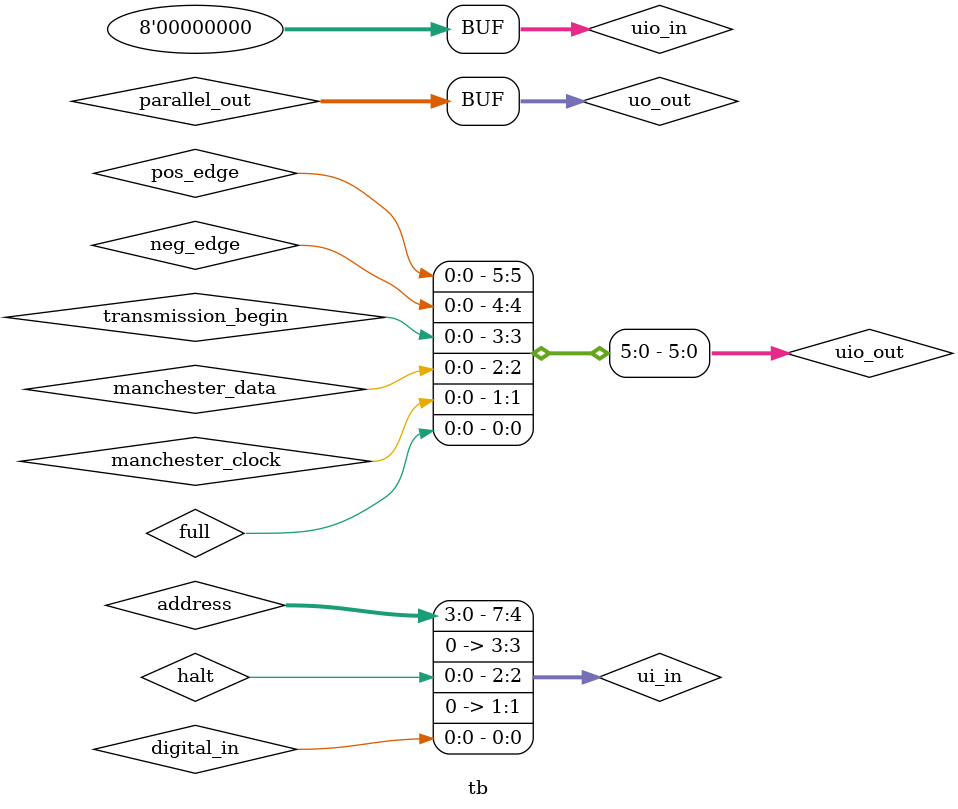
<source format=v>
`default_nettype none
`timescale 1ns / 1ps

/* This testbench just instantiates the module and makes some convenient wires
   that can be driven / tested by the cocotb test.py.
*/
module tb ();

  // Dump the signals to a VCD file. You can view it with gtkwave.
  initial begin
    $dumpfile("tb.vcd");
    $dumpvars(0, tb);
    #1;
  end

  // Named input pins
  reg digital_in;
  reg halt;
  reg [3:0] address;

  // Named output pins
  wire [7:0] parallel_out = uo_out[7:0];
  wire full               = uio_out[0],
       manchester_clock   = uio_out[1],
       manchester_data    = uio_out[2],
       transmission_begin = uio_out[3],
       neg_edge           = uio_out[4],
       pos_edge           = uio_out[5];

  // Wire up the inputs and outputs:
  reg clk;
  reg rst_n;
  reg ena;
  wire [7:0] ui_in = {address, 1'b0, halt, 1'b0, digital_in};
  wire [7:0] uio_in = 8'b00000000;
  wire [7:0] uo_out;
  wire [7:0] uio_out;
  wire [7:0] uio_oe;

  // Replace tt_um_example with your module name:
  tt_um_dusterthefirst_project user_project (

      // Include power ports for the Gate Level test:
`ifdef GL_TEST
      .VPWR(1'b1),
      .VGND(1'b0),
`endif

      .ui_in  (ui_in),    // Dedicated inputs
      .uo_out (uo_out),   // Dedicated outputs
      .uio_in (uio_in),   // IOs: Input path
      .uio_out(uio_out),  // IOs: Output path
      .uio_oe (uio_oe),   // IOs: Enable path (active high: 0=input, 1=output)
      .ena    (ena),      // enable - goes high when design is selected
      .clk    (clk),      // clock
      .rst_n  (rst_n)     // not reset
  );

endmodule

</source>
